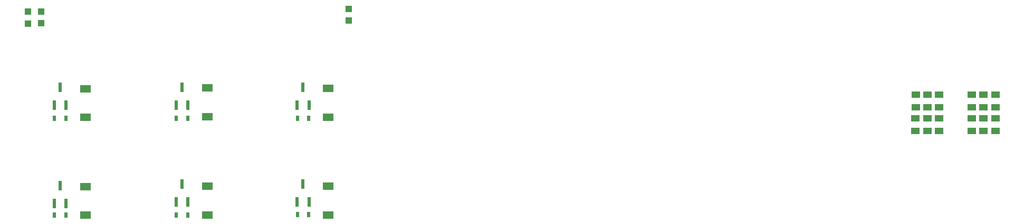
<source format=gbp>
G04 Layer_Color=128*
%FSTAX24Y24*%
%MOIN*%
G70*
G01*
G75*
%ADD10R,0.0433X0.0433*%
%ADD14R,0.0236X0.0354*%
%ADD20R,0.0550X0.0433*%
%ADD43R,0.0680X0.0453*%
%ADD44R,0.0240X0.0600*%
D10*
X04545Y032846D02*
D03*
Y033594D02*
D03*
X02601Y033414D02*
D03*
Y032666D02*
D03*
X02516Y033404D02*
D03*
Y032656D02*
D03*
D14*
X042915Y02055D02*
D03*
X0422Y02055D02*
D03*
X035265Y0205D02*
D03*
X03455Y0205D02*
D03*
X027565Y0205D02*
D03*
X02685Y0205D02*
D03*
X027565Y02665D02*
D03*
X02685Y02665D02*
D03*
X035265Y02665D02*
D03*
X03455Y02665D02*
D03*
X042915Y02665D02*
D03*
X0422Y02665D02*
D03*
D20*
X08275Y02815D02*
D03*
Y027363D02*
D03*
X082Y02815D02*
D03*
Y027363D02*
D03*
X08126Y02815D02*
D03*
Y027363D02*
D03*
X08275Y025863D02*
D03*
Y02665D02*
D03*
X082Y025863D02*
D03*
Y02665D02*
D03*
X08125Y025863D02*
D03*
Y02665D02*
D03*
X0863Y027363D02*
D03*
Y02815D02*
D03*
X08555Y027363D02*
D03*
Y02815D02*
D03*
X0848Y027363D02*
D03*
Y02815D02*
D03*
X0863Y02665D02*
D03*
Y025863D02*
D03*
X08555Y02665D02*
D03*
Y025863D02*
D03*
X0848Y02665D02*
D03*
Y025863D02*
D03*
D43*
X028791Y020512D02*
D03*
Y022328D02*
D03*
X036509Y028576D02*
D03*
Y02676D02*
D03*
X028809Y026711D02*
D03*
Y028528D02*
D03*
X044141Y028538D02*
D03*
Y026722D02*
D03*
X036509Y022339D02*
D03*
Y020522D02*
D03*
X044141Y022339D02*
D03*
Y020522D02*
D03*
D44*
X04255Y022464D02*
D03*
X042176Y021336D02*
D03*
X042924D02*
D03*
X0349Y022464D02*
D03*
X034526Y021336D02*
D03*
X035274D02*
D03*
X0272Y022364D02*
D03*
X026826Y021236D02*
D03*
X027574D02*
D03*
X0272Y028614D02*
D03*
X026826Y027486D02*
D03*
X027574D02*
D03*
X0349Y028614D02*
D03*
X034526Y027486D02*
D03*
X035274D02*
D03*
X04255Y028614D02*
D03*
X042176Y027486D02*
D03*
X042924D02*
D03*
M02*

</source>
